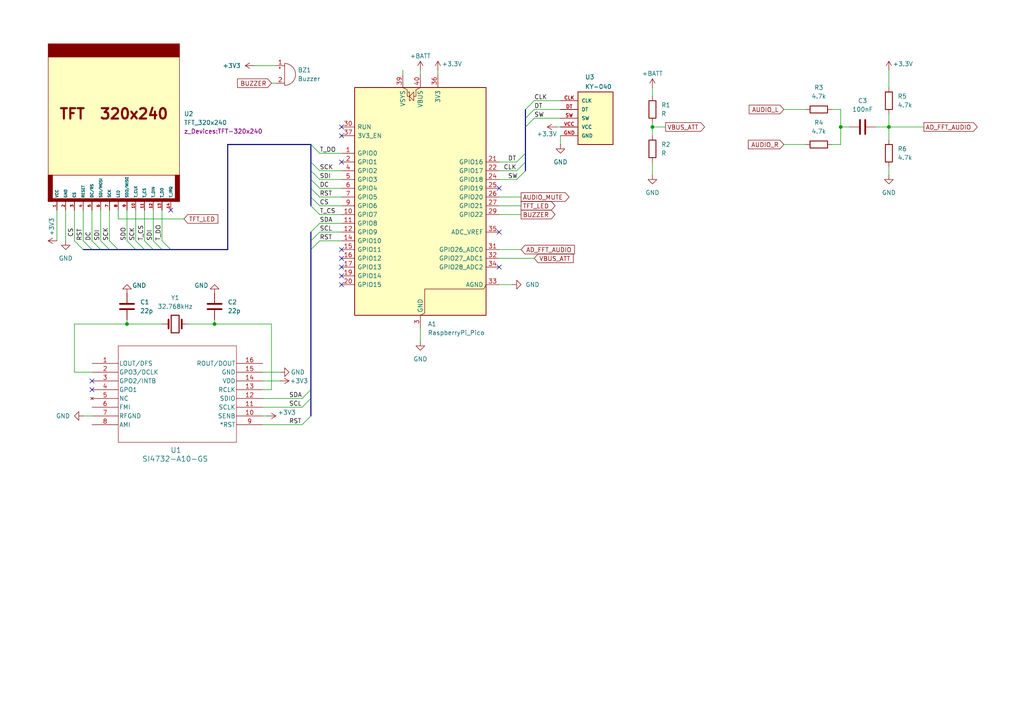
<source format=kicad_sch>
(kicad_sch (version 20250114) (generator "eeschema") (generator_version "9.0")
  (paper "A4")
  (lib_symbols
    (symbol "Device:Buzzer" (pin_names (offset 0.0254) (hide yes))
      (property "Reference" "BZ" (at 3.81 1.27 0))
      (property "Value" "Buzzer" (at 3.81 -1.27 0))
      (symbol "Buzzer_0_1"
        (polyline (pts (xy -1.651 1.905) (xy -1.143 1.905)))
        (polyline (pts (xy -1.397 2.159) (xy -1.397 1.651)))
        (arc (start 0 3.175) (mid 3.1612 0) (end 0 -3.175))
        (polyline (pts (xy 0 3.175) (xy 0 -3.175)))
      )
      (symbol "Buzzer_1_1"
        (pin passive line (at -2.54 2.54 0) (length 2.54) (name "+") (number "1"))
        (pin passive line (at -2.54 -2.54 0) (length 2.54) (name "-") (number "2"))
      )
    )
    (symbol "Device:C" (pin_numbers (hide yes)) (pin_names (offset 0.254))
      (property "Reference" "C" (at 0.635 2.54 0))
      (property "Value" "C" (at 0.635 -2.54 0))
      (symbol "C_0_1"
        (polyline (pts (xy -2.032 0.762) (xy 2.032 0.762)) (stroke (width 0.508)))
        (polyline (pts (xy -2.032 -0.762) (xy 2.032 -0.762)) (stroke (width 0.508)))
      )
      (symbol "C_1_1"
        (pin passive line (at 0 3.81 270) (length 2.794) (name "~") (number "1"))
        (pin passive line (at 0 -3.81 90) (length 2.794) (name "~") (number "2"))
      )
    )
    (symbol "Device:Crystal" (pin_numbers (hide yes)) (pin_names (offset 1.016) (hide yes))
      (property "Reference" "Y" (at 0 3.81 0))
      (property "Value" "Crystal" (at 0 -3.81 0))
      (symbol "Crystal_0_1"
        (polyline (pts (xy -2.54 0) (xy -1.905 0)))
        (polyline (pts (xy -1.905 -1.27) (xy -1.905 1.27)) (stroke (width 0.508)))
        (rectangle (start -1.143 2.54) (end 1.143 -2.54) (stroke (width 0.3048)))
        (polyline (pts (xy 1.905 -1.27) (xy 1.905 1.27)) (stroke (width 0.508)))
        (polyline (pts (xy 2.54 0) (xy 1.905 0)))
      )
      (symbol "Crystal_1_1"
        (pin passive line (at -3.81 0 0) (length 1.27) (name "1") (number "1"))
        (pin passive line (at 3.81 0 180) (length 1.27) (name "2") (number "2"))
      )
    )
    (symbol "Device:KY-040" (pin_names (offset 1.016))
      (property "Reference" "U" (at -5.08 10.16 0))
      (property "Value" "KY-040" (at -5.08 -12.7 0))
      (symbol "KY-040_0_0"
        (rectangle (start -5.08 -7.62) (end 5.08 7.62) (stroke (width 0.254)) (fill (type background)))
        (pin output line (at -10.16 5.08 0) (length 5.08) (name "CLK") (number "CLK"))
        (pin output line (at -10.16 2.54 0) (length 5.08) (name "DT") (number "DT"))
        (pin output line (at -10.16 0 0) (length 5.08) (name "SW") (number "SW"))
        (pin power_in line (at -10.16 -2.54 0) (length 5.08) (name "VCC") (number "VCC"))
        (pin power_in line (at -10.16 -5.08 0) (length 5.08) (name "GND") (number "GND"))
      )
    )
    (symbol "Device:R" (pin_numbers (hide yes)) (pin_names (offset 0))
      (property "Reference" "R" (at 2.032 0 90))
      (property "Value" "R" (at 0 0 90))
      (symbol "R_0_1"
        (rectangle (start -1.016 -2.54) (end 1.016 2.54) (stroke (width 0.254)))
      )
      (symbol "R_1_1"
        (pin passive line (at 0 3.81 270) (length 1.27) (name "~") (number "1"))
        (pin passive line (at 0 -3.81 90) (length 1.27) (name "~") (number "2"))
      )
    )
    (symbol "Display_Graphic:TFT_320x240" (pin_names (offset 1.016))
      (property "Reference" "U?" (at 20.32 25.4001 0))
      (property "Value" "TFT_320x240" (at 20.32 22.8601 0))
      (property "Footprint" "z_Devices:TFT-320x240" (at 20.32 20.3201 0))
      (symbol "TFT_320x240_0_0"
        (text "TFT  320x240" (at 0 25.4 0) (effects (font (size 2.9972 2.9972) (bold yes))))
      )
      (symbol "TFT_320x240_0_1"
        (rectangle (start -19.05 41.91) (end 19.05 45.72) (fill (type outline)))
        (rectangle (start -19.05 41.91) (end 19.05 7.62) (fill (type background)))
        (rectangle (start -19.05 7.62) (end -17.78 0) (fill (type outline)))
        (rectangle (start -19.05 7.62) (end 19.05 0))
        (rectangle (start -19.05 0.8382) (end 19.05 0) (fill (type outline)))
        (rectangle (start 17.78 7.62) (end 19.05 0) (fill (type outline)))
      )
      (symbol "TFT_320x240_1_1"
        (pin power_in line (at -16.51 -2.54 90) (length 2.54) (name "VCC") (number "1"))
        (pin bidirectional line (at -13.97 -2.54 90) (length 2.54) (name "GND") (number "2"))
        (pin bidirectional line (at -11.43 -2.54 90) (length 2.54) (name "CS") (number "3"))
        (pin bidirectional line (at -8.89 -2.54 90) (length 2.54) (name "RESET") (number "4"))
        (pin bidirectional line (at -6.35 -2.54 90) (length 2.54) (name "DC/RS") (number "5"))
        (pin bidirectional line (at -3.81 -2.54 90) (length 2.54) (name "SDI/MOSI") (number "6"))
        (pin bidirectional line (at -1.27 -2.54 90) (length 2.54) (name "SCK") (number "7"))
        (pin power_in line (at 1.27 -2.54 90) (length 2.54) (name "LED") (number "8"))
        (pin bidirectional line (at 3.81 -2.54 90) (length 2.54) (name "SDO/MISO") (number "9"))
        (pin bidirectional line (at 6.35 -2.54 90) (length 2.54) (name "T_CLK") (number "10"))
        (pin bidirectional line (at 8.89 -2.54 90) (length 2.54) (name "T_CS") (number "11"))
        (pin bidirectional line (at 11.43 -2.54 90) (length 2.54) (name "T_DIN") (number "12"))
        (pin bidirectional line (at 13.97 -2.54 90) (length 2.54) (name "T_DO") (number "13"))
        (pin bidirectional line (at 16.51 -2.54 90) (length 2.54) (name "T_IRQ") (number "14"))
      )
    )
    (symbol "MCU_Module:RaspberryPi_Pico" (pin_names (offset 0.762))
      (property "Reference" "A" (at -19.05 35.56 0))
      (property "Value" "RaspberryPi_Pico" (at 7.62 35.56 0))
      (symbol "RaspberryPi_Pico_0_1"
        (rectangle (start -19.05 34.29) (end 19.05 -31.75) (stroke (width 0.254)) (fill (type background)))
        (polyline (pts (xy -5.08 34.29) (xy -3.81 33.655) (xy -3.81 31.75) (xy -3.175 31.75)))
        (polyline (pts (xy -3.429 32.766) (xy -3.429 33.02) (xy -3.175 33.02) (xy -3.175 30.48) (xy -2.921 30.48) (xy -2.921 30.734)))
        (polyline (pts (xy -3.175 31.75) (xy -1.905 33.02) (xy -1.905 30.48) (xy -3.175 31.75)))
        (polyline (pts (xy 0 34.29) (xy -1.27 33.655) (xy -1.27 31.75) (xy -1.905 31.75)))
        (polyline (pts (xy 0 -31.75) (xy 1.27 -31.115) (xy 1.27 -24.13) (xy 18.415 -24.13) (xy 19.05 -22.86)))
      )
      (symbol "RaspberryPi_Pico_1_1"
        (pin passive line (at -22.86 22.86 0) (length 3.81) (name "RUN") (number "30"))
        (pin passive line (at -22.86 20.32 0) (length 3.81) (name "3V3_EN") (number "37"))
        (pin bidirectional line (at -22.86 15.24 0) (length 3.81) (name "GPIO0") (number "1"))
        (pin bidirectional line (at -22.86 12.7 0) (length 3.81) (name "GPIO1") (number "2"))
        (pin bidirectional line (at -22.86 10.16 0) (length 3.81) (name "GPIO2") (number "4"))
        (pin bidirectional line (at -22.86 7.62 0) (length 3.81) (name "GPIO3") (number "5"))
        (pin bidirectional line (at -22.86 5.08 0) (length 3.81) (name "GPIO4") (number "6"))
        (pin bidirectional line (at -22.86 2.54 0) (length 3.81) (name "GPIO5") (number "7"))
        (pin bidirectional line (at -22.86 0 0) (length 3.81) (name "GPIO6") (number "9"))
        (pin bidirectional line (at -22.86 -2.54 0) (length 3.81) (name "GPIO7") (number "10"))
        (pin bidirectional line (at -22.86 -5.08 0) (length 3.81) (name "GPIO8") (number "11"))
        (pin bidirectional line (at -22.86 -7.62 0) (length 3.81) (name "GPIO9") (number "12"))
        (pin bidirectional line (at -22.86 -10.16 0) (length 3.81) (name "GPIO10") (number "14"))
        (pin bidirectional line (at -22.86 -12.7 0) (length 3.81) (name "GPIO11") (number "15"))
        (pin bidirectional line (at -22.86 -15.24 0) (length 3.81) (name "GPIO12") (number "16"))
        (pin bidirectional line (at -22.86 -17.78 0) (length 3.81) (name "GPIO13") (number "17"))
        (pin bidirectional line (at -22.86 -20.32 0) (length 3.81) (name "GPIO14") (number "19"))
        (pin bidirectional line (at -22.86 -22.86 0) (length 3.81) (name "GPIO15") (number "20"))
        (pin power_in line (at -5.08 38.1 270) (length 3.81) (name "VSYS") (number "39"))
        (pin power_out line (at 0 38.1 270) (length 3.81) (name "VBUS") (number "40"))
        (pin passive line (at 0 -35.56 90) (length 3.81) (hide yes) (name "GND") (number "13"))
        (pin passive line (at 0 -35.56 90) (length 3.81) (hide yes) (name "GND") (number "18"))
        (pin passive line (at 0 -35.56 90) (length 3.81) (hide yes) (name "GND") (number "23"))
        (pin passive line (at 0 -35.56 90) (length 3.81) (hide yes) (name "GND") (number "28"))
        (pin power_out line (at 0 -35.56 90) (length 3.81) (name "GND") (number "3"))
        (pin passive line (at 0 -35.56 90) (length 3.81) (hide yes) (name "GND") (number "38"))
        (pin passive line (at 0 -35.56 90) (length 3.81) (hide yes) (name "GND") (number "8"))
        (pin power_out line (at 5.08 38.1 270) (length 3.81) (name "3V3") (number "36"))
        (pin bidirectional line (at 22.86 12.7 180) (length 3.81) (name "GPIO16") (number "21"))
        (pin bidirectional line (at 22.86 10.16 180) (length 3.81) (name "GPIO17") (number "22"))
        (pin bidirectional line (at 22.86 7.62 180) (length 3.81) (name "GPIO18") (number "24"))
        (pin bidirectional line (at 22.86 5.08 180) (length 3.81) (name "GPIO19") (number "25"))
        (pin bidirectional line (at 22.86 2.54 180) (length 3.81) (name "GPIO20") (number "26"))
        (pin bidirectional line (at 22.86 0 180) (length 3.81) (name "GPIO21") (number "27"))
        (pin bidirectional line (at 22.86 -2.54 180) (length 3.81) (name "GPIO22") (number "29"))
        (pin power_in line (at 22.86 -7.62 180) (length 3.81) (name "ADC_VREF") (number "35"))
        (pin bidirectional line (at 22.86 -12.7 180) (length 3.81) (name "GPIO26_ADC0") (number "31"))
        (pin bidirectional line (at 22.86 -15.24 180) (length 3.81) (name "GPIO27_ADC1") (number "32"))
        (pin bidirectional line (at 22.86 -17.78 180) (length 3.81) (name "GPIO28_ADC2") (number "34"))
        (pin power_out line (at 22.86 -22.86 180) (length 3.81) (name "AGND") (number "33"))
      )
    )
    (symbol "RF_AM_FM:SI4732-A10-GS" (pin_names (offset 0.254))
      (property "Reference" "U" (at 30.48 10.16 0))
      (property "Value" "SI4732-A10-GS" (at 30.48 7.62 0))
      (symbol "SI4732-A10-GS_0_1"
        (polyline (pts (xy 7.62 5.08) (xy 7.62 -22.86)) (stroke (width 0.127)))
        (polyline (pts (xy 7.62 -22.86) (xy 41.91 -22.86)) (stroke (width 0.127)))
        (polyline (pts (xy 41.91 5.08) (xy 7.62 5.08)) (stroke (width 0.127)))
        (polyline (pts (xy 41.91 -22.86) (xy 41.91 5.08)) (stroke (width 0.127)))
        (pin unspecified line (at 0 0 0) (length 7.62) (name "LOUT/DFS") (number "1"))
        (pin unspecified line (at 0 -2.54 0) (length 7.62) (name "GPO3/DCLK") (number "2"))
        (pin unspecified line (at 0 -5.08 0) (length 7.62) (name "GPO2/INTB") (number "3"))
        (pin unspecified line (at 0 -7.62 0) (length 7.62) (name "GPO1") (number "4"))
        (pin no_connect line (at 0 -10.16 0) (length 7.62) (name "NC") (number "5"))
        (pin unspecified line (at 0 -12.7 0) (length 7.62) (name "FMI") (number "6"))
        (pin power_out line (at 0 -15.24 0) (length 7.62) (name "RFGND") (number "7"))
        (pin unspecified line (at 0 -17.78 0) (length 7.62) (name "AMI") (number "8"))
        (pin unspecified line (at 49.53 0 180) (length 7.62) (name "ROUT/DOUT") (number "16"))
        (pin power_out line (at 49.53 -2.54 180) (length 7.62) (name "GND") (number "15"))
        (pin power_in line (at 49.53 -5.08 180) (length 7.62) (name "VDD") (number "14"))
        (pin unspecified line (at 49.53 -7.62 180) (length 7.62) (name "RCLK") (number "13"))
        (pin unspecified line (at 49.53 -10.16 180) (length 7.62) (name "SDIO") (number "12"))
        (pin unspecified line (at 49.53 -12.7 180) (length 7.62) (name "SCLK") (number "11"))
        (pin unspecified line (at 49.53 -15.24 180) (length 7.62) (name "SENB") (number "10"))
        (pin unspecified line (at 49.53 -17.78 180) (length 7.62) (name "*RST") (number "9"))
      )
    )
    (symbol "power:+3.3V" (power) (pin_numbers (hide yes)) (pin_names (offset 0) (hide yes))
      (property "Value" "+3.3V" (at 0 3.556 0))
      (symbol "+3.3V_0_1"
        (polyline (pts (xy -0.762 1.27) (xy 0 2.54)))
        (polyline (pts (xy 0 2.54) (xy 0.762 1.27)))
        (polyline (pts (xy 0 0) (xy 0 2.54)))
      )
      (symbol "+3.3V_1_1"
        (pin power_in line (at 0 0 90) (length 0) (name "~") (number "1"))
      )
    )
    (symbol "power:+3V3" (power) (pin_numbers (hide yes)) (pin_names (offset 0) (hide yes))
      (property "Value" "+3V3" (at 0 3.556 0))
      (symbol "+3V3_0_1"
        (polyline (pts (xy -0.762 1.27) (xy 0 2.54)))
        (polyline (pts (xy 0 2.54) (xy 0.762 1.27)))
        (polyline (pts (xy 0 0) (xy 0 2.54)))
      )
      (symbol "+3V3_1_1"
        (pin power_in line (at 0 0 90) (length 0) (name "~") (number "1"))
      )
    )
    (symbol "power:+BATT" (power) (pin_numbers (hide yes)) (pin_names (offset 0) (hide yes))
      (property "Value" "+BATT" (at 0 3.556 0))
      (symbol "+BATT_0_1"
        (polyline (pts (xy -0.762 1.27) (xy 0 2.54)))
        (polyline (pts (xy 0 2.54) (xy 0.762 1.27)))
        (polyline (pts (xy 0 0) (xy 0 2.54)))
      )
      (symbol "+BATT_1_1"
        (pin power_in line (at 0 0 90) (length 0) (name "~") (number "1"))
      )
    )
    (symbol "power:GND" (power) (pin_numbers (hide yes)) (pin_names (offset 0) (hide yes))
      (property "Value" "GND" (at 0 -3.81 0))
      (symbol "GND_0_1"
        (polyline (pts (xy 0 0) (xy 0 -1.27) (xy 1.27 -1.27) (xy 0 -2.54) (xy -1.27 -1.27) (xy 0 -1.27)))
      )
      (symbol "GND_1_1"
        (pin power_in line (at 0 0 270) (length 0) (name "~") (number "1"))
      )
    )
  )
  (junction (at 189.23 36.83))
  (junction (at 36.83 93.98))
  (junction (at 243.84 36.83))
  (junction (at 257.81 36.83))
  (junction (at 62.23 93.98))
  (no_connect (at 99.06 74.93))
  (no_connect (at 26.67 110.49))
  (no_connect (at 99.06 82.55))
  (no_connect (at 99.06 39.37))
  (no_connect (at 99.06 72.39))
  (no_connect (at 144.78 67.31))
  (no_connect (at 49.53 60.96))
  (no_connect (at 99.06 46.99))
  (no_connect (at 99.06 77.47))
  (no_connect (at 144.78 77.47))
  (no_connect (at 99.06 80.01))
  (no_connect (at 99.06 36.83))
  (no_connect (at 26.67 113.03))
  (no_connect (at 144.78 54.61))
  (bus_entry (at 87.63 115.57) (size 2.54 -2.54))
  (bus_entry (at 44.45 69.85) (size 2.54 2.54))
  (bus_entry (at 149.86 46.99) (size 2.54 -2.54))
  (bus_entry (at 29.21 69.85) (size 2.54 2.54))
  (bus_entry (at 149.86 52.07) (size 2.54 -2.54))
  (bus_entry (at 152.4 31.75) (size 2.54 -2.54))
  (bus_entry (at 26.67 69.85) (size 2.54 2.54))
  (bus_entry (at 90.17 52.07) (size 2.54 2.54))
  (bus_entry (at 90.17 54.61) (size 2.54 2.54))
  (bus_entry (at 90.17 49.53) (size 2.54 2.54))
  (bus_entry (at 87.63 118.11) (size 2.54 -2.54))
  (bus_entry (at 46.99 69.85) (size 2.54 2.54))
  (bus_entry (at 90.17 72.39) (size 2.54 -2.54))
  (bus_entry (at 90.17 69.85) (size 2.54 -2.54))
  (bus_entry (at 90.17 57.15) (size 2.54 2.54))
  (bus_entry (at 90.17 67.31) (size 2.54 -2.54))
  (bus_entry (at 90.17 59.69) (size 2.54 2.54))
  (bus_entry (at 24.13 69.85) (size 2.54 2.54))
  (bus_entry (at 90.17 41.91) (size 2.54 2.54))
  (bus_entry (at 36.83 69.85) (size 2.54 2.54))
  (bus_entry (at 41.91 69.85) (size 2.54 2.54))
  (bus_entry (at 87.63 123.19) (size 2.54 -2.54))
  (bus_entry (at 39.37 69.85) (size 2.54 2.54))
  (bus_entry (at 90.17 46.99) (size 2.54 2.54))
  (bus_entry (at 21.59 69.85) (size 2.54 2.54))
  (bus_entry (at 149.86 49.53) (size 2.54 -2.54))
  (bus_entry (at 31.75 69.85) (size 2.54 2.54))
  (bus_entry (at 152.4 36.83) (size 2.54 -2.54))
  (bus_entry (at 152.4 34.29) (size 2.54 -2.54))
  (wire (pts (xy 144.78 49.53) (xy 149.86 49.53)))
  (wire (pts (xy 144.78 82.55) (xy 148.59 82.55)))
  (wire (pts (xy 41.91 60.96) (xy 41.91 69.85)))
  (wire (pts (xy 24.13 120.65) (xy 26.67 120.65)))
  (wire (pts (xy 76.2 115.57) (xy 87.63 115.57)))
  (wire (pts (xy 144.78 72.39) (xy 151.13 72.39)))
  (bus (pts (xy 90.17 57.15) (xy 90.17 54.61)))
  (wire (pts (xy 154.94 34.29) (xy 162.56 34.29)))
  (bus (pts (xy 90.17 41.91) (xy 90.17 46.99)))
  (bus (pts (xy 31.75 72.39) (xy 34.29 72.39)))
  (wire (pts (xy 144.78 59.69) (xy 151.13 59.69)))
  (wire (pts (xy 116.84 20.32) (xy 116.84 21.59)))
  (wire (pts (xy 62.23 92.71) (xy 62.23 93.98)))
  (wire (pts (xy 257.81 33.02) (xy 257.81 36.83)))
  (wire (pts (xy 189.23 35.56) (xy 189.23 36.83)))
  (bus (pts (xy 66.04 41.91) (xy 66.04 72.39)))
  (wire (pts (xy 189.23 36.83) (xy 189.23 39.37)))
  (wire (pts (xy 154.94 31.75) (xy 162.56 31.75)))
  (wire (pts (xy 76.2 110.49) (xy 81.28 110.49)))
  (wire (pts (xy 92.71 54.61) (xy 99.06 54.61)))
  (wire (pts (xy 162.56 39.37) (xy 162.56 41.91)))
  (wire (pts (xy 154.94 29.21) (xy 162.56 29.21)))
  (wire (pts (xy 21.59 93.98) (xy 21.59 107.95)))
  (wire (pts (xy 144.78 62.23) (xy 151.13 62.23)))
  (wire (pts (xy 189.23 25.4) (xy 189.23 27.94)))
  (bus (pts (xy 90.17 115.57) (xy 90.17 120.65)))
  (bus (pts (xy 90.17 67.31) (xy 90.17 69.85)))
  (bus (pts (xy 29.21 72.39) (xy 31.75 72.39)))
  (wire (pts (xy 189.23 46.99) (xy 189.23 50.8)))
  (wire (pts (xy 29.21 60.96) (xy 29.21 69.85)))
  (wire (pts (xy 257.81 20.32) (xy 257.81 25.4)))
  (bus (pts (xy 152.4 36.83) (xy 152.4 44.45)))
  (wire (pts (xy 92.71 64.77) (xy 99.06 64.77)))
  (wire (pts (xy 227.33 41.91) (xy 233.68 41.91)))
  (wire (pts (xy 127 20.32) (xy 127 21.59)))
  (wire (pts (xy 16.51 60.96) (xy 16.51 69.85)))
  (wire (pts (xy 21.59 93.98) (xy 36.83 93.98)))
  (wire (pts (xy 92.71 44.45) (xy 99.06 44.45)))
  (wire (pts (xy 46.99 60.96) (xy 46.99 69.85)))
  (wire (pts (xy 243.84 41.91) (xy 241.3 41.91)))
  (bus (pts (xy 90.17 52.07) (xy 90.17 49.53)))
  (bus (pts (xy 90.17 72.39) (xy 90.17 113.03)))
  (bus (pts (xy 41.91 72.39) (xy 44.45 72.39)))
  (wire (pts (xy 92.71 59.69) (xy 99.06 59.69)))
  (wire (pts (xy 62.23 93.98) (xy 78.74 93.98)))
  (wire (pts (xy 161.29 36.83) (xy 162.56 36.83)))
  (wire (pts (xy 92.71 69.85) (xy 99.06 69.85)))
  (wire (pts (xy 76.2 118.11) (xy 87.63 118.11)))
  (wire (pts (xy 144.78 52.07) (xy 149.86 52.07)))
  (wire (pts (xy 34.29 60.96) (xy 34.29 63.5)))
  (wire (pts (xy 78.74 113.03) (xy 78.74 93.98)))
  (bus (pts (xy 90.17 59.69) (xy 90.17 57.15)))
  (wire (pts (xy 24.13 60.96) (xy 24.13 69.85)))
  (wire (pts (xy 76.2 107.95) (xy 81.28 107.95)))
  (wire (pts (xy 257.81 48.26) (xy 257.81 50.8)))
  (wire (pts (xy 121.92 20.32) (xy 121.92 21.59)))
  (wire (pts (xy 73.66 19.05) (xy 80.01 19.05)))
  (bus (pts (xy 66.04 72.39) (xy 49.53 72.39)))
  (wire (pts (xy 227.33 31.75) (xy 233.68 31.75)))
  (wire (pts (xy 257.81 36.83) (xy 267.97 36.83)))
  (wire (pts (xy 144.78 57.15) (xy 151.13 57.15)))
  (bus (pts (xy 44.45 72.39) (xy 46.99 72.39)))
  (wire (pts (xy 36.83 92.71) (xy 36.83 93.98)))
  (bus (pts (xy 24.13 72.39) (xy 26.67 72.39)))
  (bus (pts (xy 152.4 31.75) (xy 152.4 34.29)))
  (wire (pts (xy 21.59 60.96) (xy 21.59 69.85)))
  (wire (pts (xy 39.37 60.96) (xy 39.37 69.85)))
  (wire (pts (xy 92.71 52.07) (xy 99.06 52.07)))
  (wire (pts (xy 76.2 123.19) (xy 87.63 123.19)))
  (bus (pts (xy 152.4 34.29) (xy 152.4 36.83)))
  (wire (pts (xy 243.84 36.83) (xy 243.84 41.91)))
  (bus (pts (xy 46.99 72.39) (xy 49.53 72.39)))
  (wire (pts (xy 92.71 62.23) (xy 99.06 62.23)))
  (wire (pts (xy 241.3 31.75) (xy 243.84 31.75)))
  (wire (pts (xy 76.2 113.03) (xy 78.74 113.03)))
  (bus (pts (xy 39.37 72.39) (xy 41.91 72.39)))
  (bus (pts (xy 152.4 46.99) (xy 152.4 49.53)))
  (wire (pts (xy 144.78 46.99) (xy 149.86 46.99)))
  (bus (pts (xy 34.29 72.39) (xy 39.37 72.39)))
  (wire (pts (xy 92.71 67.31) (xy 99.06 67.31)))
  (wire (pts (xy 189.23 36.83) (xy 193.04 36.83)))
  (wire (pts (xy 31.75 60.96) (xy 31.75 69.85)))
  (bus (pts (xy 90.17 113.03) (xy 90.17 115.57)))
  (wire (pts (xy 26.67 60.96) (xy 26.67 69.85)))
  (bus (pts (xy 152.4 44.45) (xy 152.4 46.99)))
  (wire (pts (xy 76.2 120.65) (xy 77.47 120.65)))
  (wire (pts (xy 36.83 93.98) (xy 46.99 93.98)))
  (bus (pts (xy 90.17 49.53) (xy 90.17 46.99)))
  (wire (pts (xy 78.74 24.13) (xy 80.01 24.13)))
  (wire (pts (xy 246.38 36.83) (xy 243.84 36.83)))
  (bus (pts (xy 90.17 69.85) (xy 90.17 72.39)))
  (wire (pts (xy 254 36.83) (xy 257.81 36.83)))
  (wire (pts (xy 53.34 63.5) (xy 34.29 63.5)))
  (wire (pts (xy 36.83 60.96) (xy 36.83 69.85)))
  (wire (pts (xy 54.61 93.98) (xy 62.23 93.98)))
  (wire (pts (xy 92.71 49.53) (xy 99.06 49.53)))
  (wire (pts (xy 19.05 60.96) (xy 19.05 69.85)))
  (wire (pts (xy 257.81 36.83) (xy 257.81 40.64)))
  (wire (pts (xy 92.71 57.15) (xy 99.06 57.15)))
  (wire (pts (xy 144.78 74.93) (xy 154.94 74.93)))
  (wire (pts (xy 121.92 95.25) (xy 121.92 99.06)))
  (bus (pts (xy 90.17 54.61) (xy 90.17 52.07)))
  (bus (pts (xy 66.04 41.91) (xy 90.17 41.91)))
  (wire (pts (xy 44.45 60.96) (xy 44.45 69.85)))
  (wire (pts (xy 243.84 31.75) (xy 243.84 36.83)))
  (wire (pts (xy 21.59 107.95) (xy 26.67 107.95)))
  (bus (pts (xy 26.67 72.39) (xy 29.21 72.39)))
  (label "SDI" (at 92.71 52.07 0))
  (label "SDI" (at 44.45 69.85 90))
  (label "RST" (at 92.71 69.85 0))
  (label "SCL" (at 92.71 67.31 0))
  (label "DC" (at 92.71 54.61 0))
  (label "DT" (at 154.94 31.75 0))
  (label "SDO" (at 36.83 69.85 90))
  (label "SDI" (at 29.21 69.85 90))
  (label "RST" (at 24.13 69.85 90))
  (label "CS" (at 21.59 66.04 270))
  (label "SDA" (at 92.71 64.77 0))
  (label "RST" (at 83.82 123.19 0))
  (label "T_DO" (at 46.99 69.85 90))
  (label "RST" (at 92.71 57.15 0))
  (label "CLK" (at 146.05 49.53 0))
  (label "T_CS" (at 92.71 62.23 0))
  (label "SCK" (at 31.75 69.85 90))
  (label "SCL" (at 83.82 118.11 0))
  (label "SW" (at 154.94 34.29 0))
  (label "T_CS" (at 41.91 69.85 90))
  (label "CS" (at 92.71 59.69 0))
  (label "DC" (at 26.67 69.85 90))
  (label "SCK" (at 92.71 49.53 0))
  (label "DT" (at 147.32 46.99 0))
  (label "CLK" (at 154.94 29.21 0))
  (label "SCK" (at 39.37 69.85 90))
  (label "SW" (at 147.32 52.07 0))
  (label "T_DO" (at 92.71 44.45 0))
  (label "SDA" (at 83.82 115.57 0))
  (global_label "BUZZER" (shape output) (at 151.13 62.23 0) (property "Intersheetrefs" "${INTERSHEET_REFS}" (effects (hide yes))))
  (global_label "AD_FFT_AUDIO" (shape input) (at 151.13 72.39 0) (property "Intersheetrefs" "${INTERSHEET_REFS}" (effects (hide yes))))
  (global_label "TFT_LED" (shape input) (at 53.34 63.5 0) (property "Intersheetrefs" "${INTERSHEET_REFS}" (effects (hide yes))))
  (global_label "AUDIO_R" (shape input) (at 227.33 41.91 180) (property "Intersheetrefs" "${INTERSHEET_REFS}" (effects (hide yes))))
  (global_label "AUDIO_MUTE" (shape output) (at 151.13 57.15 0) (property "Intersheetrefs" "${INTERSHEET_REFS}" (effects (hide yes))))
  (global_label "BUZZER" (shape input) (at 78.74 24.13 180) (property "Intersheetrefs" "${INTERSHEET_REFS}" (effects (hide yes))))
  (global_label "TFT_LED" (shape output) (at 151.13 59.69 0) (property "Intersheetrefs" "${INTERSHEET_REFS}" (effects (hide yes))))
  (global_label "VBUS_ATT" (shape input) (at 154.94 74.93 0) (property "Intersheetrefs" "${INTERSHEET_REFS}" (effects (hide yes))))
  (global_label "AD_FFT_AUDIO" (shape output) (at 267.97 36.83 0) (property "Intersheetrefs" "${INTERSHEET_REFS}" (effects (hide yes))))
  (global_label "AUDIO_L" (shape input) (at 227.33 31.75 180) (property "Intersheetrefs" "${INTERSHEET_REFS}" (effects (hide yes))))
  (global_label "VBUS_ATT" (shape output) (at 193.04 36.83 0) (property "Intersheetrefs" "${INTERSHEET_REFS}" (effects (hide yes))))
  (symbol (lib_id "power:+3V3") (at 81.28 110.49 270) (unit 1)
    (property "Reference" "#PWR09" (effects (hide yes)))
    (property "Value" "+3V3" (at 84.074 110.49 90) (effects (justify left)))
    (property "Description" "Power symbol creates a global label with name \"+3V3\"" (effects (hide yes)))
  )
  (symbol (lib_id "power:+3.3V") (at 127 20.32 0) (unit 1)
    (property "Reference" "#PWR04" (effects (hide yes)))
    (property "Value" "+3.3V" (at 131.064 18.542 0))
    (property "Description" "Power symbol creates a global label with name \"+3.3V\"" (effects (hide yes)))
  )
  (symbol (lib_id "Device:KY-040") (at 172.72 34.29 0) (unit 1)
    (property "Reference" "U3" (at 169.672 22.352 0) (effects (justify left)))
    (property "Value" "KY-040" (at 169.672 25.146 0) (effects (justify left)))
    (property "Footprint" "KY-040:KY-040-PORT" (effects (hide yes)))
    (property "MF" "Joy-IT" (effects (hide yes)))
    (property "Description_1" "KY-5.0-4P Green(RAL6018/T) ; CONTACT WITH TIN PLATED MARK" (effects (hide yes)))
    (property "Package" "Package" (effects (hide yes)))
    (property "Price" "None" (effects (hide yes)))
    (property "SnapEDA_Link" "https://www.snapeda.com/parts/KY-040/Joy-IT/view-part/?ref=snap" (effects (hide yes)))
    (property "MP" "KY-040" (effects (hide yes)))
    (property "Availability" "Not in stock" (effects (hide yes)))
    (property "Check_prices" "https://www.snapeda.com/parts/KY-040/Joy-IT/view-part/?ref=eda" (effects (hide yes)))
  )
  (symbol (lib_id "power:+BATT") (at 189.23 25.4 0) (unit 1)
    (property "Reference" "#PWR016" (effects (hide yes)))
    (property "Value" "+BATT" (at 189.23 21.336 0))
    (property "Description" "Power symbol creates a global label with name \"+BATT\"" (effects (hide yes)))
  )
  (symbol (lib_id "Device:R") (at 257.81 44.45 180) (unit 1)
    (property "Reference" "R6" (at 260.35 43.1799 0) (effects (justify right)))
    (property "Value" "4.7k" (at 260.35 45.7199 0) (effects (justify right)))
    (property "Footprint" "Resistor_THT:R_Axial_DIN0207_L6.3mm_D2.5mm_P10.16mm_Horizontal" (effects (hide yes)))
    (property "Description" "Resistor" (effects (hide yes)))
  )
  (symbol (lib_id "power:GND") (at 19.05 69.85 0) (unit 1)
    (property "Reference" "#PWR02" (effects (hide yes)))
    (property "Value" "GND" (at 19.05 74.93 0))
    (property "Description" "Power symbol creates a global label with name \"GND\" , ground" (effects (hide yes)))
  )
  (symbol (lib_id "Device:C") (at 36.83 88.9 180) (unit 1)
    (property "Reference" "C1" (at 40.64 87.6299 0) (effects (justify right)))
    (property "Value" "22p" (at 40.64 90.1699 0) (effects (justify right)))
    (property "Footprint" "Capacitor_THT:C_Disc_D3.0mm_W1.6mm_P2.50mm" (effects (hide yes)))
    (property "Description" "Unpolarized capacitor" (effects (hide yes)))
  )
  (symbol (lib_id "power:GND") (at 189.23 50.8 0) (unit 1)
    (property "Reference" "#PWR017" (effects (hide yes)))
    (property "Value" "GND" (at 189.23 55.88 0))
    (property "Description" "Power symbol creates a global label with name \"GND\" , ground" (effects (hide yes)))
  )
  (symbol (lib_id "power:GND") (at 148.59 82.55 90) (unit 1)
    (property "Reference" "#PWR012" (effects (hide yes)))
    (property "Value" "GND" (at 152.4 82.5499 90) (effects (justify right)))
    (property "Description" "Power symbol creates a global label with name \"GND\" , ground" (effects (hide yes)))
  )
  (symbol (lib_id "power:GND") (at 62.23 85.09 180) (unit 1)
    (property "Reference" "#PWR015" (effects (hide yes)))
    (property "Value" "GND" (at 58.42 82.804 0))
    (property "Description" "Power symbol creates a global label with name \"GND\" , ground" (effects (hide yes)))
  )
  (symbol (lib_id "Device:R") (at 257.81 29.21 180) (unit 1)
    (property "Reference" "R5" (at 260.35 27.9399 0) (effects (justify right)))
    (property "Value" "4.7k" (at 260.35 30.4799 0) (effects (justify right)))
    (property "Footprint" "Resistor_THT:R_Axial_DIN0207_L6.3mm_D2.5mm_P10.16mm_Horizontal" (effects (hide yes)))
    (property "Description" "Resistor" (effects (hide yes)))
  )
  (symbol (lib_id "Device:R") (at 189.23 31.75 0) (unit 1)
    (property "Reference" "R1" (at 191.77 30.4799 0) (effects (justify left)))
    (property "Value" "R" (at 191.77 33.0199 0) (effects (justify left)))
    (property "Footprint" "Resistor_THT:R_Axial_DIN0207_L6.3mm_D2.5mm_P10.16mm_Horizontal" (effects (hide yes)))
    (property "Description" "Resistor" (effects (hide yes)))
  )
  (symbol (lib_id "power:GND") (at 81.28 107.95 90) (unit 1)
    (property "Reference" "#PWR08" (effects (hide yes)))
    (property "Value" "GND" (at 84.328 107.95 90) (effects (justify right)))
    (property "Description" "Power symbol creates a global label with name \"GND\" , ground" (effects (hide yes)))
  )
  (symbol (lib_id "Device:R") (at 237.49 31.75 90) (unit 1)
    (property "Reference" "R3" (at 237.49 25.4 90))
    (property "Value" "4.7k" (at 237.49 27.94 90))
    (property "Footprint" "Resistor_THT:R_Axial_DIN0207_L6.3mm_D2.5mm_P10.16mm_Horizontal" (effects (hide yes)))
    (property "Description" "Resistor" (effects (hide yes)))
  )
  (symbol (lib_id "MCU_Module:RaspberryPi_Pico") (at 121.92 59.69 0) (unit 1)
    (property "Reference" "A1" (at 124.0633 93.98 0) (effects (justify left)))
    (property "Value" "RaspberryPi_Pico" (at 124.0633 96.52 0) (effects (justify left)))
    (property "Footprint" "Module:RaspberryPi_Pico_Common_Unspecified" (effects (hide yes)))
    (property "Datasheet" "https://datasheets.raspberrypi.com/pico/pico-datasheet.pdf" (effects (hide yes)))
    (property "Description" "Versatile and inexpensive microcontroller module powered by RP2040 dual-core Arm Cortex-M0+ processor up to 133 MHz, 264kB SRAM, 2MB QSPI flash; also supports Raspberry Pi Pico 2" (effects (hide yes)))
  )
  (symbol (lib_id "power:GND") (at 121.92 99.06 0) (unit 1)
    (property "Reference" "#PWR03" (effects (hide yes)))
    (property "Value" "GND" (at 121.92 104.14 0))
    (property "Description" "Power symbol creates a global label with name \"GND\" , ground" (effects (hide yes)))
  )
  (symbol (lib_id "Device:C") (at 62.23 88.9 0) (unit 1)
    (property "Reference" "C2" (at 66.04 87.6299 0) (effects (justify left)))
    (property "Value" "22p" (at 66.04 90.1699 0) (effects (justify left)))
    (property "Footprint" "Capacitor_THT:C_Disc_D3.0mm_W1.6mm_P2.50mm" (effects (hide yes)))
    (property "Description" "Unpolarized capacitor" (effects (hide yes)))
  )
  (symbol (lib_id "power:+3.3V") (at 257.81 20.32 0) (unit 1)
    (property "Reference" "#PWR018" (effects (hide yes)))
    (property "Value" "+3.3V" (at 261.874 18.542 0))
    (property "Description" "Power symbol creates a global label with name \"+3.3V\"" (effects (hide yes)))
  )
  (symbol (lib_id "Display_Graphic:TFT_320x240") (at 33.02 58.42 0) (unit 1)
    (property "Reference" "U2" (at 53.34 33.0199 0) (effects (justify left)))
    (property "Value" "TFT_320x240" (at 53.34 35.5599 0) (effects (justify left)))
    (property "Footprint" "z_Devices:TFT-320x240" (at 53.34 38.0999 0) (effects (justify left)))
  )
  (symbol (lib_id "power:+3.3V") (at 161.29 36.83 90) (unit 1)
    (property "Reference" "#PWR05" (effects (hide yes)))
    (property "Value" "+3.3V" (at 161.544 38.862 90) (effects (justify left)))
    (property "Description" "Power symbol creates a global label with name \"+3.3V\"" (effects (hide yes)))
  )
  (symbol (lib_id "power:GND") (at 162.56 41.91 0) (unit 1)
    (property "Reference" "#PWR06" (effects (hide yes)))
    (property "Value" "GND" (at 162.56 46.99 0))
    (property "Description" "Power symbol creates a global label with name \"GND\" , ground" (effects (hide yes)))
  )
  (symbol (lib_id "power:GND") (at 257.81 50.8 0) (unit 1)
    (property "Reference" "#PWR019" (effects (hide yes)))
    (property "Value" "GND" (at 257.81 55.88 0))
    (property "Description" "Power symbol creates a global label with name \"GND\" , ground" (effects (hide yes)))
  )
  (symbol (lib_id "power:+3V3") (at 73.66 19.05 90) (unit 1)
    (property "Reference" "#PWR011" (effects (hide yes)))
    (property "Value" "+3V3" (at 69.85 19.0499 90) (effects (justify left)))
    (property "Description" "Power symbol creates a global label with name \"+3V3\"" (effects (hide yes)))
  )
  (symbol (lib_id "Device:C") (at 250.19 36.83 90) (unit 1)
    (property "Reference" "C3" (at 250.19 29.21 90))
    (property "Value" "100nF" (at 250.19 31.75 90))
    (property "Footprint" "Capacitor_THT:C_Disc_D7.0mm_W2.5mm_P5.00mm" (effects (hide yes)))
    (property "Description" "Unpolarized capacitor" (effects (hide yes)))
  )
  (symbol (lib_id "Device:R") (at 189.23 43.18 0) (unit 1)
    (property "Reference" "R2" (at 191.77 41.9099 0) (effects (justify left)))
    (property "Value" "R" (at 191.77 44.4499 0) (effects (justify left)))
    (property "Description" "Resistor" (effects (hide yes)))
  )
  (symbol (lib_id "power:GND") (at 36.83 85.09 180) (unit 1)
    (property "Reference" "#PWR014" (effects (hide yes)))
    (property "Value" "GND" (at 40.386 82.804 0))
    (property "Description" "Power symbol creates a global label with name \"GND\" , ground" (effects (hide yes)))
  )
  (symbol (lib_id "Device:Crystal") (at 50.8 93.98 0) (unit 1)
    (property "Reference" "Y1" (at 50.8 86.36 0))
    (property "Value" "32.768kHz" (at 50.8 88.9 0))
    (property "Description" "Two pin crystal" (effects (hide yes)))
  )
  (symbol (lib_id "power:+BATT") (at 121.92 20.32 0) (unit 1)
    (property "Reference" "#PWR013" (effects (hide yes)))
    (property "Value" "+BATT" (at 121.92 16.256 0))
    (property "Description" "Power symbol creates a global label with name \"+BATT\"" (effects (hide yes)))
  )
  (symbol (lib_id "Device:Buzzer") (at 82.55 21.59 0) (unit 1)
    (property "Reference" "BZ1" (at 86.36 20.3199 0) (effects (justify left)))
    (property "Value" "Buzzer" (at 86.36 22.8599 0) (effects (justify left)))
    (property "Description" "Buzzer, polarized" (effects (hide yes)))
  )
  (symbol (lib_id "RF_AM_FM:SI4732-A10-GS") (at 26.67 105.41 0) (unit 1)
    (property "Reference" "U1" (at 51.054 130.556 0) (effects (font (size 1.524 1.524))))
    (property "Value" "SI4732-A10-GS" (at 50.8 133.096 0) (effects (font (size 1.524 1.524))))
    (property "Footprint" "SOIC_A10-GS_SIL" (effects (hide yes)))
    (property "Datasheet" "SI4732-A10-GS" (effects (hide yes)))
  )
  (symbol (lib_id "power:+3V3") (at 16.51 69.85 90) (mirror x) (unit 1)
    (property "Reference" "#PWR01" (effects (hide yes)))
    (property "Value" "+3V3" (at 14.986 65.786 0))
    (property "Description" "Power symbol creates a global label with name \"+3V3\"" (effects (hide yes)))
  )
  (symbol (lib_id "power:GND") (at 24.13 120.65 270) (unit 1)
    (property "Reference" "#PWR07" (effects (hide yes)))
    (property "Value" "GND" (at 20.32 120.6499 90) (effects (justify right)))
    (property "Description" "Power symbol creates a global label with name \"GND\" , ground" (effects (hide yes)))
  )
  (symbol (lib_id "Device:R") (at 237.49 41.91 90) (unit 1)
    (property "Reference" "R4" (at 237.49 35.56 90))
    (property "Value" "4.7k" (at 237.49 38.1 90))
    (property "Footprint" "Resistor_THT:R_Axial_DIN0207_L6.3mm_D2.5mm_P10.16mm_Horizontal" (effects (hide yes)))
    (property "Description" "Resistor" (effects (hide yes)))
  )
  (symbol (lib_id "power:+3V3") (at 77.47 120.65 270) (unit 1)
    (property "Reference" "#PWR010" (effects (hide yes)))
    (property "Value" "+3V3" (at 80.518 119.634 90) (effects (justify left)))
    (property "Description" "Power symbol creates a global label with name \"+3V3\"" (effects (hide yes)))
  )
)
</source>
